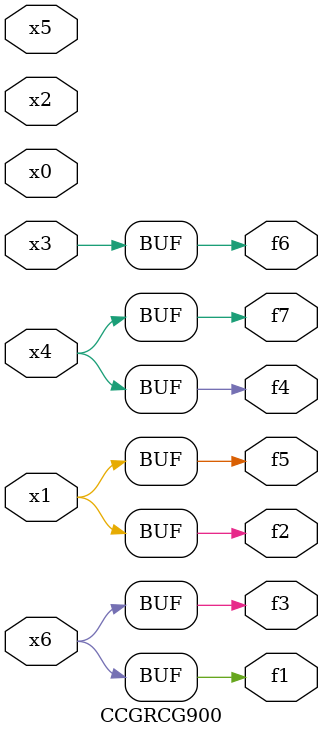
<source format=v>
module CCGRCG900(
	input x0, x1, x2, x3, x4, x5, x6,
	output f1, f2, f3, f4, f5, f6, f7
);
	assign f1 = x6;
	assign f2 = x1;
	assign f3 = x6;
	assign f4 = x4;
	assign f5 = x1;
	assign f6 = x3;
	assign f7 = x4;
endmodule

</source>
